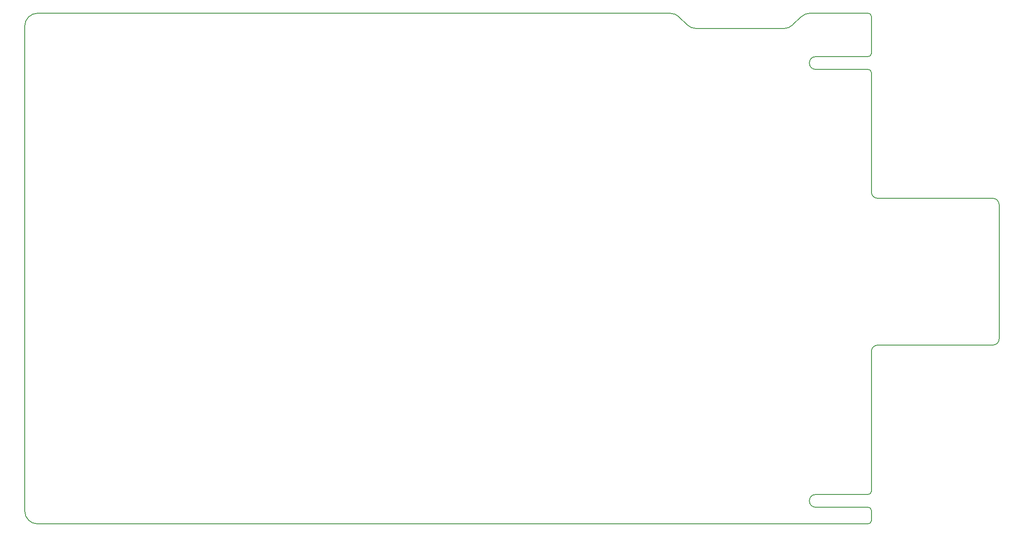
<source format=gm1>
G04 #@! TF.GenerationSoftware,KiCad,Pcbnew,(6.0.2-0)*
G04 #@! TF.CreationDate,2022-04-19T10:06:05-04:00*
G04 #@! TF.ProjectId,NuBus-ESP32,4e754275-732d-4455-9350-33322e6b6963,rev?*
G04 #@! TF.SameCoordinates,Original*
G04 #@! TF.FileFunction,Profile,NP*
%FSLAX46Y46*%
G04 Gerber Fmt 4.6, Leading zero omitted, Abs format (unit mm)*
G04 Created by KiCad (PCBNEW (6.0.2-0)) date 2022-04-19 10:06:05*
%MOMM*%
%LPD*%
G01*
G04 APERTURE LIST*
G04 #@! TA.AperFunction,Profile*
%ADD10C,0.150000*%
G04 #@! TD*
G04 APERTURE END LIST*
D10*
X236093000Y-137160000D02*
X70993000Y-137160000D01*
X68453000Y-134620000D02*
X68453000Y-38100000D01*
X70993000Y-35560000D02*
X196723000Y-35560000D01*
X236728000Y-71120000D02*
X236728000Y-47371000D01*
X70993000Y-35560000D02*
G75*
G03*
X68453000Y-38100000I1J-2540001D01*
G01*
X68453000Y-134620000D02*
G75*
G03*
X70993000Y-137160000I2540001J1D01*
G01*
X260858000Y-101600000D02*
G75*
G03*
X262128000Y-100330000I1J1269999D01*
G01*
X237998000Y-101600000D02*
G75*
G03*
X236728000Y-102870000I-1J-1269999D01*
G01*
X260858000Y-101600000D02*
X237998000Y-101600000D01*
X260858000Y-72390000D02*
X237998000Y-72390000D01*
X236728000Y-71120000D02*
G75*
G03*
X237998000Y-72390000I1269999J-1D01*
G01*
X262128000Y-73660000D02*
G75*
G03*
X260858000Y-72390000I-1269999J1D01*
G01*
X262128000Y-73660000D02*
X262128000Y-100330000D01*
X224536000Y-35560000D02*
X236093000Y-35560000D01*
X224536000Y-35560000D02*
G75*
G03*
X222739949Y-36303949I-1J-2539998D01*
G01*
X219329000Y-38608000D02*
G75*
G03*
X221125051Y-37864051I1J2539998D01*
G01*
X198519051Y-36303949D02*
G75*
G03*
X196723000Y-35560000I-1796050J-1796049D01*
G01*
X200133949Y-37864051D02*
G75*
G03*
X201930000Y-38608000I1796050J1796049D01*
G01*
X198519051Y-36303949D02*
X200133949Y-37864051D01*
X222739949Y-36303949D02*
X221125051Y-37864051D01*
X201930000Y-38608000D02*
X219329000Y-38608000D01*
X236728000Y-102870000D02*
X236728000Y-130683000D01*
X236093000Y-131318000D02*
G75*
G03*
X236728000Y-130683000I1J634999D01*
G01*
X236728000Y-134493000D02*
G75*
G03*
X236093000Y-133858000I-634999J1D01*
G01*
X236093000Y-137160000D02*
G75*
G03*
X236728000Y-136525000I1J634999D01*
G01*
X236728000Y-136525000D02*
X236728000Y-134493000D01*
X236728000Y-36195000D02*
X236728000Y-43561000D01*
X225679000Y-44196000D02*
G75*
G03*
X225679000Y-46736000I0J-1270000D01*
G01*
X225679000Y-44196000D02*
X236093000Y-44196000D01*
X225679000Y-46736000D02*
X236093000Y-46736000D01*
X236728000Y-47371000D02*
G75*
G03*
X236093000Y-46736000I-634999J1D01*
G01*
X236728000Y-36195000D02*
G75*
G03*
X236093000Y-35560000I-634999J1D01*
G01*
X236093000Y-44196000D02*
G75*
G03*
X236728000Y-43561000I1J634999D01*
G01*
X225679000Y-131318000D02*
X236093000Y-131318000D01*
X225679000Y-133858000D02*
X236093000Y-133858000D01*
X225679000Y-131318000D02*
G75*
G03*
X225679000Y-133858000I0J-1270000D01*
G01*
M02*

</source>
